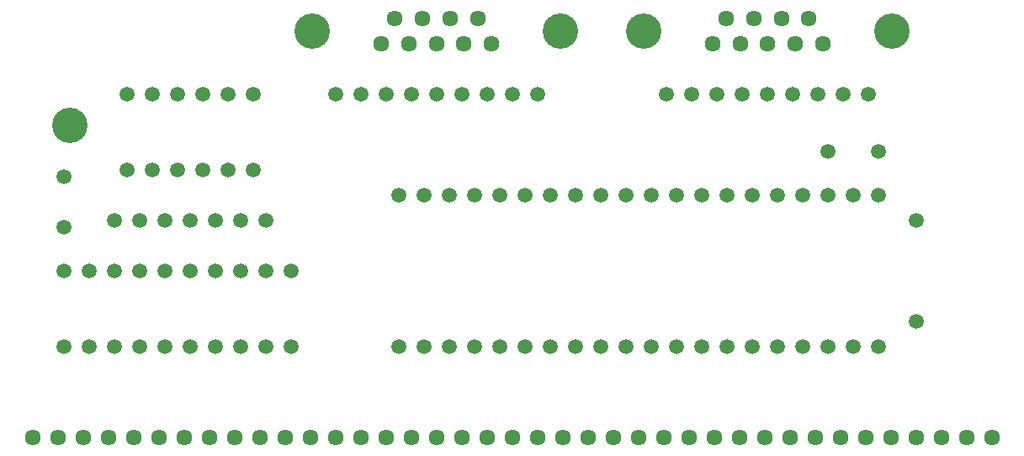
<source format=gts>
G75*
%MOIN*%
%OFA0B0*%
%FSLAX25Y25*%
%IPPOS*%
%LPD*%
%AMOC8*
5,1,8,0,0,1.08239X$1,22.5*
%
%ADD10C,0.13998*%
%ADD11C,0.06361*%
%ADD12C,0.05950*%
D10*
X0021299Y0131402D03*
X0117287Y0168500D03*
X0215713Y0168500D03*
X0248537Y0168500D03*
X0346963Y0168500D03*
D11*
X0006500Y0007752D03*
X0016500Y0007752D03*
X0026500Y0007752D03*
X0036500Y0007752D03*
X0046500Y0007752D03*
X0056500Y0007752D03*
X0066500Y0007752D03*
X0076500Y0007752D03*
X0086500Y0007752D03*
X0096500Y0007752D03*
X0106500Y0007752D03*
X0116500Y0007752D03*
X0126500Y0007752D03*
X0136500Y0007752D03*
X0146500Y0007752D03*
X0156500Y0007752D03*
X0166500Y0007752D03*
X0176500Y0007752D03*
X0186500Y0007752D03*
X0196500Y0007752D03*
X0206500Y0007752D03*
X0216500Y0007752D03*
X0226500Y0007752D03*
X0236500Y0007752D03*
X0246500Y0007752D03*
X0256500Y0007752D03*
X0266500Y0007752D03*
X0276500Y0007752D03*
X0286500Y0007752D03*
X0296500Y0007752D03*
X0306500Y0007752D03*
X0316500Y0007752D03*
X0326500Y0007752D03*
X0336500Y0007752D03*
X0346500Y0007752D03*
X0356500Y0007752D03*
X0366500Y0007752D03*
X0376500Y0007752D03*
X0386500Y0007752D03*
X0319561Y0163500D03*
X0308656Y0163500D03*
X0297750Y0163500D03*
X0286844Y0163500D03*
X0275939Y0163500D03*
X0281392Y0173500D03*
X0292297Y0173500D03*
X0303203Y0173500D03*
X0314108Y0173500D03*
X0188311Y0163500D03*
X0177406Y0163500D03*
X0166500Y0163500D03*
X0155594Y0163500D03*
X0144689Y0163500D03*
X0150142Y0173500D03*
X0161047Y0173500D03*
X0171953Y0173500D03*
X0182858Y0173500D03*
D12*
X0186500Y0143500D03*
X0176500Y0143500D03*
X0166500Y0143500D03*
X0156500Y0143500D03*
X0146500Y0143500D03*
X0136500Y0143500D03*
X0126500Y0143500D03*
X0094000Y0143500D03*
X0084000Y0143500D03*
X0074000Y0143500D03*
X0064000Y0143500D03*
X0054000Y0143500D03*
X0044000Y0143500D03*
X0044000Y0113500D03*
X0054000Y0113500D03*
X0064000Y0113500D03*
X0074000Y0113500D03*
X0084000Y0113500D03*
X0094000Y0113500D03*
X0089000Y0093500D03*
X0079000Y0093500D03*
X0069000Y0093500D03*
X0059000Y0093500D03*
X0049000Y0093500D03*
X0039000Y0093500D03*
X0019000Y0091000D03*
X0019000Y0073500D03*
X0029000Y0073500D03*
X0039000Y0073500D03*
X0049000Y0073500D03*
X0059000Y0073500D03*
X0069000Y0073500D03*
X0079000Y0073500D03*
X0089000Y0073500D03*
X0099000Y0073500D03*
X0109000Y0073500D03*
X0099000Y0093500D03*
X0151500Y0103500D03*
X0161500Y0103500D03*
X0171500Y0103500D03*
X0181500Y0103500D03*
X0191500Y0103500D03*
X0201500Y0103500D03*
X0211500Y0103500D03*
X0221500Y0103500D03*
X0231500Y0103500D03*
X0241500Y0103500D03*
X0251500Y0103500D03*
X0261500Y0103500D03*
X0271500Y0103500D03*
X0281500Y0103500D03*
X0291500Y0103500D03*
X0301500Y0103500D03*
X0311500Y0103500D03*
X0321500Y0103500D03*
X0331500Y0103500D03*
X0341500Y0103500D03*
X0356500Y0093500D03*
X0341500Y0121000D03*
X0321500Y0121000D03*
X0317750Y0143500D03*
X0307750Y0143500D03*
X0297750Y0143500D03*
X0287750Y0143500D03*
X0277750Y0143500D03*
X0267750Y0143500D03*
X0257750Y0143500D03*
X0206500Y0143500D03*
X0196500Y0143500D03*
X0327750Y0143500D03*
X0337750Y0143500D03*
X0356500Y0053500D03*
X0341500Y0043500D03*
X0331500Y0043500D03*
X0321500Y0043500D03*
X0311500Y0043500D03*
X0301500Y0043500D03*
X0291500Y0043500D03*
X0281500Y0043500D03*
X0271500Y0043500D03*
X0261500Y0043500D03*
X0251500Y0043500D03*
X0241500Y0043500D03*
X0231500Y0043500D03*
X0221500Y0043500D03*
X0211500Y0043500D03*
X0201500Y0043500D03*
X0191500Y0043500D03*
X0181500Y0043500D03*
X0171500Y0043500D03*
X0161500Y0043500D03*
X0151500Y0043500D03*
X0109000Y0043500D03*
X0099000Y0043500D03*
X0089000Y0043500D03*
X0079000Y0043500D03*
X0069000Y0043500D03*
X0059000Y0043500D03*
X0049000Y0043500D03*
X0039000Y0043500D03*
X0029000Y0043500D03*
X0019000Y0043500D03*
X0019000Y0111000D03*
M02*

</source>
